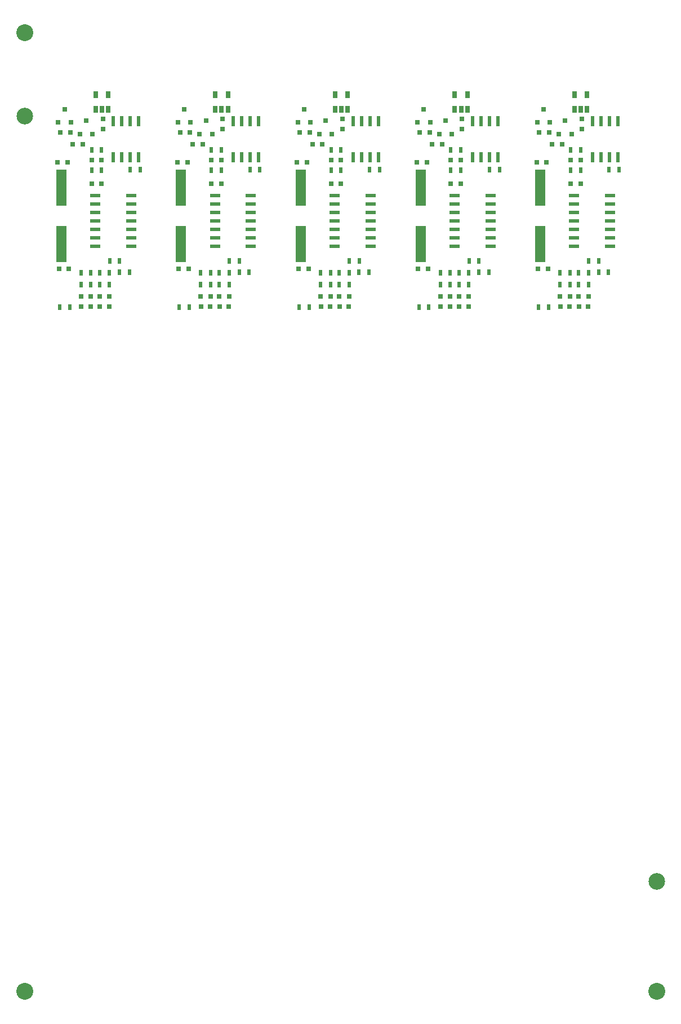
<source format=gbr>
G04 #@! TF.GenerationSoftware,KiCad,Pcbnew,no-vcs-found-097f89d~58~ubuntu16.04.1*
G04 #@! TF.CreationDate,2017-05-03T08:34:00+03:00*
G04 #@! TF.ProjectId,rs485-moist-sensor-pannel,72733438352D6D6F6973742D73656E73,rev?*
G04 #@! TF.FileFunction,Soldermask,Top*
G04 #@! TF.FilePolarity,Negative*
%FSLAX46Y46*%
G04 Gerber Fmt 4.6, Leading zero omitted, Abs format (unit mm)*
G04 Created by KiCad (PCBNEW no-vcs-found-097f89d~58~ubuntu16.04.1) date Wed May  3 08:34:00 2017*
%MOMM*%
%LPD*%
G01*
G04 APERTURE LIST*
%ADD10C,0.100000*%
%ADD11C,2.500000*%
%ADD12C,2.540000*%
%ADD13R,0.500000X0.900000*%
%ADD14R,0.800000X0.750000*%
%ADD15R,0.600000X1.550000*%
%ADD16R,0.800000X0.700000*%
%ADD17R,1.500000X0.600000*%
%ADD18R,1.500000X5.500000*%
%ADD19R,0.750000X0.800000*%
%ADD20R,0.800100X0.800100*%
%ADD21R,0.650000X1.060000*%
G04 APERTURE END LIST*
D10*
D11*
X178500000Y-143000000D03*
X83500000Y-28000000D03*
D12*
X83500000Y-159500000D03*
X178500000Y-159500000D03*
X83500000Y-15500000D03*
D13*
X142750000Y-56750000D03*
X144250000Y-56750000D03*
X147460000Y-51562000D03*
X145960000Y-51562000D03*
X148754000Y-51562000D03*
X150254000Y-51562000D03*
D14*
X148754000Y-55118000D03*
X150254000Y-55118000D03*
D13*
X150254000Y-53340000D03*
X148754000Y-53340000D03*
X145960000Y-53340000D03*
X147460000Y-53340000D03*
D14*
X147550000Y-38200000D03*
X149050000Y-38200000D03*
D15*
X150845000Y-28800000D03*
X152115000Y-28800000D03*
X153385000Y-28800000D03*
X154655000Y-28800000D03*
X154655000Y-34200000D03*
X153385000Y-34200000D03*
X152115000Y-34200000D03*
X150845000Y-34200000D03*
D14*
X142450000Y-35000000D03*
X143950000Y-35000000D03*
D16*
X150204000Y-56642000D03*
X148804000Y-56642000D03*
D13*
X150278000Y-49784000D03*
X151778000Y-49784000D03*
X151750000Y-51500000D03*
X153250000Y-51500000D03*
D14*
X142650000Y-51000000D03*
X144150000Y-51000000D03*
D17*
X148100000Y-39990000D03*
X148100000Y-41260000D03*
X148100000Y-42530000D03*
X148100000Y-43800000D03*
X148100000Y-45070000D03*
X148100000Y-46340000D03*
X148100000Y-47610000D03*
X153500000Y-47610000D03*
X153500000Y-46340000D03*
X153500000Y-45070000D03*
X153500000Y-43800000D03*
X153500000Y-42530000D03*
X153500000Y-41260000D03*
X153500000Y-39990000D03*
D13*
X135250000Y-51500000D03*
X133750000Y-51500000D03*
X133778000Y-49784000D03*
X132278000Y-49784000D03*
X132254000Y-51562000D03*
X130754000Y-51562000D03*
X126250000Y-56750000D03*
X124750000Y-56750000D03*
X127960000Y-51562000D03*
X129460000Y-51562000D03*
D14*
X132254000Y-55118000D03*
X130754000Y-55118000D03*
D15*
X132845000Y-34200000D03*
X134115000Y-34200000D03*
X135385000Y-34200000D03*
X136655000Y-34200000D03*
X136655000Y-28800000D03*
X135385000Y-28800000D03*
X134115000Y-28800000D03*
X132845000Y-28800000D03*
D13*
X129550000Y-36200000D03*
X131050000Y-36200000D03*
D14*
X129550000Y-34600000D03*
X131050000Y-34600000D03*
X125950000Y-35000000D03*
X124450000Y-35000000D03*
D16*
X130804000Y-56642000D03*
X132204000Y-56642000D03*
D13*
X130754000Y-53340000D03*
X132254000Y-53340000D03*
X129460000Y-53340000D03*
X127960000Y-53340000D03*
D14*
X131050000Y-38200000D03*
X129550000Y-38200000D03*
X126150000Y-51000000D03*
X124650000Y-51000000D03*
D18*
X125000000Y-38750000D03*
X125000000Y-47250000D03*
D14*
X127960000Y-55118000D03*
X129460000Y-55118000D03*
D16*
X128010000Y-56642000D03*
X129410000Y-56642000D03*
D13*
X136850000Y-36100000D03*
X135350000Y-36100000D03*
D17*
X135500000Y-39990000D03*
X135500000Y-41260000D03*
X135500000Y-42530000D03*
X135500000Y-43800000D03*
X135500000Y-45070000D03*
X135500000Y-46340000D03*
X135500000Y-47610000D03*
X130100000Y-47610000D03*
X130100000Y-46340000D03*
X130100000Y-45070000D03*
X130100000Y-43800000D03*
X130100000Y-42530000D03*
X130100000Y-41260000D03*
X130100000Y-39990000D03*
D14*
X144750000Y-32250000D03*
X146250000Y-32250000D03*
D13*
X149050000Y-36200000D03*
X147550000Y-36200000D03*
D18*
X143000000Y-47250000D03*
X143000000Y-38750000D03*
D14*
X147460000Y-55118000D03*
X145960000Y-55118000D03*
X149050000Y-34600000D03*
X147550000Y-34600000D03*
D13*
X153350000Y-36100000D03*
X154850000Y-36100000D03*
D16*
X147410000Y-56642000D03*
X146010000Y-56642000D03*
D19*
X149250000Y-28500000D03*
X149250000Y-30000000D03*
D14*
X128250000Y-32250000D03*
X126750000Y-32250000D03*
D19*
X131250000Y-30000000D03*
X131250000Y-28500000D03*
D14*
X126350000Y-30500000D03*
X124850000Y-30500000D03*
D20*
X124550000Y-29000760D03*
X126450000Y-29000760D03*
X125500000Y-27001780D03*
X127800000Y-30750760D03*
X129700000Y-30750760D03*
X128750000Y-28751780D03*
D21*
X130150000Y-24800000D03*
X132050000Y-24800000D03*
X132050000Y-27000000D03*
X131100000Y-27000000D03*
X130150000Y-27000000D03*
D13*
X129550000Y-33100000D03*
X131050000Y-33100000D03*
D20*
X143500000Y-27001780D03*
X144450000Y-29000760D03*
X142550000Y-29000760D03*
D13*
X149050000Y-33100000D03*
X147550000Y-33100000D03*
D20*
X146750000Y-28751780D03*
X147700000Y-30750760D03*
X145800000Y-30750760D03*
D21*
X148150000Y-27000000D03*
X149100000Y-27000000D03*
X150050000Y-27000000D03*
X150050000Y-24800000D03*
X148150000Y-24800000D03*
D14*
X142850000Y-30500000D03*
X144350000Y-30500000D03*
D13*
X117250000Y-51500000D03*
X115750000Y-51500000D03*
X115778000Y-49784000D03*
X114278000Y-49784000D03*
X114254000Y-51562000D03*
X112754000Y-51562000D03*
X108250000Y-56750000D03*
X106750000Y-56750000D03*
X109960000Y-51562000D03*
X111460000Y-51562000D03*
D14*
X114254000Y-55118000D03*
X112754000Y-55118000D03*
D15*
X114845000Y-34200000D03*
X116115000Y-34200000D03*
X117385000Y-34200000D03*
X118655000Y-34200000D03*
X118655000Y-28800000D03*
X117385000Y-28800000D03*
X116115000Y-28800000D03*
X114845000Y-28800000D03*
D13*
X111550000Y-36200000D03*
X113050000Y-36200000D03*
D14*
X111550000Y-34600000D03*
X113050000Y-34600000D03*
X107950000Y-35000000D03*
X106450000Y-35000000D03*
D16*
X112804000Y-56642000D03*
X114204000Y-56642000D03*
D13*
X112754000Y-53340000D03*
X114254000Y-53340000D03*
X111460000Y-53340000D03*
X109960000Y-53340000D03*
D14*
X113050000Y-38200000D03*
X111550000Y-38200000D03*
X108150000Y-51000000D03*
X106650000Y-51000000D03*
D18*
X107000000Y-38750000D03*
X107000000Y-47250000D03*
D14*
X109960000Y-55118000D03*
X111460000Y-55118000D03*
D16*
X110010000Y-56642000D03*
X111410000Y-56642000D03*
D13*
X118850000Y-36100000D03*
X117350000Y-36100000D03*
D17*
X117500000Y-39990000D03*
X117500000Y-41260000D03*
X117500000Y-42530000D03*
X117500000Y-43800000D03*
X117500000Y-45070000D03*
X117500000Y-46340000D03*
X117500000Y-47610000D03*
X112100000Y-47610000D03*
X112100000Y-46340000D03*
X112100000Y-45070000D03*
X112100000Y-43800000D03*
X112100000Y-42530000D03*
X112100000Y-41260000D03*
X112100000Y-39990000D03*
D14*
X110250000Y-32250000D03*
X108750000Y-32250000D03*
D19*
X113250000Y-30000000D03*
X113250000Y-28500000D03*
D14*
X108350000Y-30500000D03*
X106850000Y-30500000D03*
D20*
X106550000Y-29000760D03*
X108450000Y-29000760D03*
X107500000Y-27001780D03*
X109800000Y-30750760D03*
X111700000Y-30750760D03*
X110750000Y-28751780D03*
D21*
X112150000Y-24800000D03*
X114050000Y-24800000D03*
X114050000Y-27000000D03*
X113100000Y-27000000D03*
X112150000Y-27000000D03*
D13*
X111550000Y-33100000D03*
X113050000Y-33100000D03*
D16*
X93410000Y-56642000D03*
X92010000Y-56642000D03*
X96204000Y-56642000D03*
X94804000Y-56642000D03*
D17*
X94100000Y-39990000D03*
X94100000Y-41260000D03*
X94100000Y-42530000D03*
X94100000Y-43800000D03*
X94100000Y-45070000D03*
X94100000Y-46340000D03*
X94100000Y-47610000D03*
X99500000Y-47610000D03*
X99500000Y-46340000D03*
X99500000Y-45070000D03*
X99500000Y-43800000D03*
X99500000Y-42530000D03*
X99500000Y-41260000D03*
X99500000Y-39990000D03*
D15*
X96845000Y-28800000D03*
X98115000Y-28800000D03*
X99385000Y-28800000D03*
X100655000Y-28800000D03*
X100655000Y-34200000D03*
X99385000Y-34200000D03*
X98115000Y-34200000D03*
X96845000Y-34200000D03*
D20*
X92750000Y-28751780D03*
X93700000Y-30750760D03*
X91800000Y-30750760D03*
X89500000Y-27001780D03*
X90450000Y-29000760D03*
X88550000Y-29000760D03*
D18*
X89000000Y-47250000D03*
X89000000Y-38750000D03*
D14*
X88650000Y-51000000D03*
X90150000Y-51000000D03*
X88450000Y-35000000D03*
X89950000Y-35000000D03*
X93550000Y-38200000D03*
X95050000Y-38200000D03*
X93460000Y-55118000D03*
X91960000Y-55118000D03*
X94754000Y-55118000D03*
X96254000Y-55118000D03*
X95050000Y-34600000D03*
X93550000Y-34600000D03*
D13*
X95050000Y-36200000D03*
X93550000Y-36200000D03*
X96278000Y-49784000D03*
X97778000Y-49784000D03*
X88750000Y-56750000D03*
X90250000Y-56750000D03*
X93460000Y-51562000D03*
X91960000Y-51562000D03*
X94754000Y-51562000D03*
X96254000Y-51562000D03*
X91960000Y-53340000D03*
X93460000Y-53340000D03*
X96254000Y-53340000D03*
X94754000Y-53340000D03*
X97750000Y-51500000D03*
X99250000Y-51500000D03*
D14*
X90750000Y-32250000D03*
X92250000Y-32250000D03*
X88850000Y-30500000D03*
X90350000Y-30500000D03*
D19*
X95250000Y-28500000D03*
X95250000Y-30000000D03*
D21*
X94150000Y-27000000D03*
X95100000Y-27000000D03*
X96050000Y-27000000D03*
X96050000Y-24800000D03*
X94150000Y-24800000D03*
D13*
X95050000Y-33100000D03*
X93550000Y-33100000D03*
X99350000Y-36100000D03*
X100850000Y-36100000D03*
D16*
X165410000Y-56642000D03*
X164010000Y-56642000D03*
X168204000Y-56642000D03*
X166804000Y-56642000D03*
D17*
X166100000Y-39990000D03*
X166100000Y-41260000D03*
X166100000Y-42530000D03*
X166100000Y-43800000D03*
X166100000Y-45070000D03*
X166100000Y-46340000D03*
X166100000Y-47610000D03*
X171500000Y-47610000D03*
X171500000Y-46340000D03*
X171500000Y-45070000D03*
X171500000Y-43800000D03*
X171500000Y-42530000D03*
X171500000Y-41260000D03*
X171500000Y-39990000D03*
D15*
X168845000Y-28800000D03*
X170115000Y-28800000D03*
X171385000Y-28800000D03*
X172655000Y-28800000D03*
X172655000Y-34200000D03*
X171385000Y-34200000D03*
X170115000Y-34200000D03*
X168845000Y-34200000D03*
D20*
X164750000Y-28751780D03*
X165700000Y-30750760D03*
X163800000Y-30750760D03*
X161500000Y-27001780D03*
X162450000Y-29000760D03*
X160550000Y-29000760D03*
D18*
X161000000Y-47250000D03*
X161000000Y-38750000D03*
D14*
X160650000Y-51000000D03*
X162150000Y-51000000D03*
X160450000Y-35000000D03*
X161950000Y-35000000D03*
X165550000Y-38200000D03*
X167050000Y-38200000D03*
X165460000Y-55118000D03*
X163960000Y-55118000D03*
X166754000Y-55118000D03*
X168254000Y-55118000D03*
X167050000Y-34600000D03*
X165550000Y-34600000D03*
D13*
X167050000Y-36200000D03*
X165550000Y-36200000D03*
X168278000Y-49784000D03*
X169778000Y-49784000D03*
X160750000Y-56750000D03*
X162250000Y-56750000D03*
X165460000Y-51562000D03*
X163960000Y-51562000D03*
X166754000Y-51562000D03*
X168254000Y-51562000D03*
X163960000Y-53340000D03*
X165460000Y-53340000D03*
X168254000Y-53340000D03*
X166754000Y-53340000D03*
X169750000Y-51500000D03*
X171250000Y-51500000D03*
D14*
X162750000Y-32250000D03*
X164250000Y-32250000D03*
X160850000Y-30500000D03*
X162350000Y-30500000D03*
D19*
X167250000Y-28500000D03*
X167250000Y-30000000D03*
D21*
X166150000Y-27000000D03*
X167100000Y-27000000D03*
X168050000Y-27000000D03*
X168050000Y-24800000D03*
X166150000Y-24800000D03*
D13*
X167050000Y-33100000D03*
X165550000Y-33100000D03*
X171350000Y-36100000D03*
X172850000Y-36100000D03*
M02*

</source>
